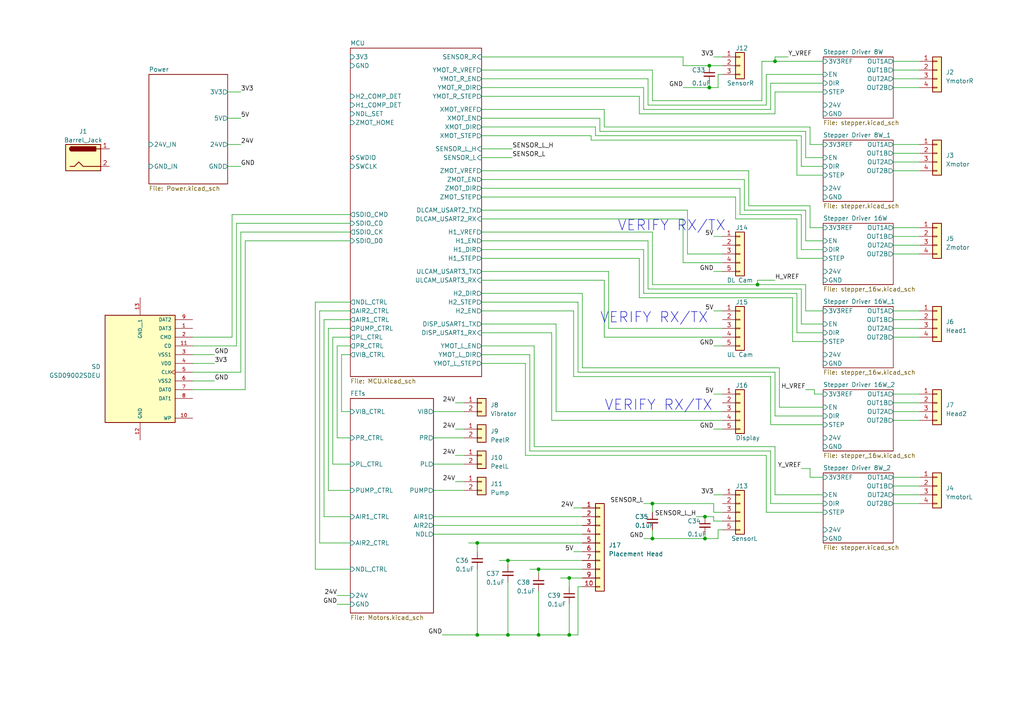
<source format=kicad_sch>
(kicad_sch (version 20230121) (generator eeschema)
  (paper "A4")
  (lib_symbols
    (symbol "1_b7parts:GSD09002SDEU" (pin_names (offset 1.016))
      (property "Reference" "J" (at -10.16 18.542 0))
      (property "Value" "GSD09002SDEU" (at -17.145 -15.24 0))
      (symbol "GSD09002SDEU_0_0"
        (rectangle (start -10.16 17.78) (end 10.16 -13.335) (stroke (width 0.254)) (fill (type background)))
        (pin bidirectional line (at 15.24 13.97 180) (length 5.08) (name "DAT3") (number "1"))
        (pin passive line (at 15.24 -12.065 180) (length 5.08) (name "WP") (number "10"))
        (pin passive line (at 15.24 8.89 180) (length 5.08) (name "CD") (number "11"))
        (pin power_in line (at 0 -18.415 90) (length 5.08) (name "GND") (number "12"))
        (pin power_in line (at 0 22.86 270) (length 5.08) (name "GND__1") (number "13"))
        (pin bidirectional line (at 15.24 11.43 180) (length 5.08) (name "CMD") (number "2"))
        (pin power_in line (at 15.24 6.35 180) (length 5.08) (name "VSS1") (number "3"))
        (pin power_in line (at 15.24 3.81 180) (length 5.08) (name "VDD") (number "4"))
        (pin input clock (at 15.24 1.27 180) (length 5.08) (name "CLK") (number "5"))
        (pin power_in line (at 15.24 -1.27 180) (length 5.08) (name "VSS2") (number "6"))
        (pin bidirectional line (at 15.24 -3.81 180) (length 5.08) (name "DAT0") (number "7"))
        (pin bidirectional line (at 15.24 -6.35 180) (length 5.08) (name "DAT1") (number "8"))
        (pin bidirectional line (at 15.24 16.51 180) (length 5.08) (name "DAT2") (number "9"))
      )
    )
    (symbol "Connector:Barrel_Jack" (pin_names (offset 1.016))
      (property "Reference" "J" (at 0 5.334 0))
      (property "Value" "Barrel_Jack" (at 0 -5.08 0))
      (symbol "Barrel_Jack_0_1"
        (rectangle (start -5.08 3.81) (end 5.08 -3.81) (stroke (width 0.254)) (fill (type background)))
        (arc (start -3.302 3.175) (mid -3.9343 2.54) (end -3.302 1.905) (stroke (width 0.254)))
        (arc (start -3.302 3.175) (mid -3.9343 2.54) (end -3.302 1.905) (stroke (width 0.254)) (fill (type outline)))
        (polyline (pts (xy 5.08 2.54) (xy 3.81 2.54)) (stroke (width 0.254)))
        (polyline (pts (xy -3.81 -2.54) (xy -2.54 -2.54) (xy -1.27 -1.27) (xy 0 -2.54) (xy 2.54 -2.54) (xy 5.08 -2.54)) (stroke (width 0.254)))
        (rectangle (start 3.683 3.175) (end -3.302 1.905) (stroke (width 0.254)) (fill (type outline)))
      )
      (symbol "Barrel_Jack_1_1"
        (pin passive line (at 7.62 2.54 180) (length 2.54) (name "~") (number "1"))
        (pin passive line (at 7.62 -2.54 180) (length 2.54) (name "~") (number "2"))
      )
    )
    (symbol "Connector_Generic:Conn_01x02" (pin_names (offset 1.016) hide)
      (property "Reference" "J" (at 0 2.54 0))
      (property "Value" "Conn_01x02" (at 0 -5.08 0))
      (symbol "Conn_01x02_1_1"
        (rectangle (start -1.27 -2.413) (end 0 -2.667) (stroke (width 0.1524)))
        (rectangle (start -1.27 0.127) (end 0 -0.127) (stroke (width 0.1524)))
        (rectangle (start -1.27 1.27) (end 1.27 -3.81) (stroke (width 0.254)) (fill (type background)))
        (pin passive line (at -5.08 0 0) (length 3.81) (name "Pin_1") (number "1"))
        (pin passive line (at -5.08 -2.54 0) (length 3.81) (name "Pin_2") (number "2"))
      )
    )
    (symbol "Connector_Generic:Conn_01x03" (pin_names (offset 1.016) hide)
      (property "Reference" "J" (at 0 5.08 0))
      (property "Value" "Conn_01x03" (at 0 -5.08 0))
      (symbol "Conn_01x03_1_1"
        (rectangle (start -1.27 -2.413) (end 0 -2.667) (stroke (width 0.1524)))
        (rectangle (start -1.27 0.127) (end 0 -0.127) (stroke (width 0.1524)))
        (rectangle (start -1.27 2.667) (end 0 2.413) (stroke (width 0.1524)))
        (rectangle (start -1.27 3.81) (end 1.27 -3.81) (stroke (width 0.254)) (fill (type background)))
        (pin passive line (at -5.08 2.54 0) (length 3.81) (name "Pin_1") (number "1"))
        (pin passive line (at -5.08 0 0) (length 3.81) (name "Pin_2") (number "2"))
        (pin passive line (at -5.08 -2.54 0) (length 3.81) (name "Pin_3") (number "3"))
      )
    )
    (symbol "Connector_Generic:Conn_01x04" (pin_names (offset 1.016) hide)
      (property "Reference" "J" (at 0 5.08 0))
      (property "Value" "Conn_01x04" (at 0 -7.62 0))
      (symbol "Conn_01x04_1_1"
        (rectangle (start -1.27 -4.953) (end 0 -5.207) (stroke (width 0.1524)))
        (rectangle (start -1.27 -2.413) (end 0 -2.667) (stroke (width 0.1524)))
        (rectangle (start -1.27 0.127) (end 0 -0.127) (stroke (width 0.1524)))
        (rectangle (start -1.27 2.667) (end 0 2.413) (stroke (width 0.1524)))
        (rectangle (start -1.27 3.81) (end 1.27 -6.35) (stroke (width 0.254)) (fill (type background)))
        (pin passive line (at -5.08 2.54 0) (length 3.81) (name "Pin_1") (number "1"))
        (pin passive line (at -5.08 0 0) (length 3.81) (name "Pin_2") (number "2"))
        (pin passive line (at -5.08 -2.54 0) (length 3.81) (name "Pin_3") (number "3"))
        (pin passive line (at -5.08 -5.08 0) (length 3.81) (name "Pin_4") (number "4"))
      )
    )
    (symbol "Connector_Generic:Conn_01x05" (pin_names (offset 1.016) hide)
      (property "Reference" "J" (at 0 7.62 0))
      (property "Value" "Conn_01x05" (at 0 -7.62 0))
      (symbol "Conn_01x05_1_1"
        (rectangle (start -1.27 -4.953) (end 0 -5.207) (stroke (width 0.1524)))
        (rectangle (start -1.27 -2.413) (end 0 -2.667) (stroke (width 0.1524)))
        (rectangle (start -1.27 0.127) (end 0 -0.127) (stroke (width 0.1524)))
        (rectangle (start -1.27 2.667) (end 0 2.413) (stroke (width 0.1524)))
        (rectangle (start -1.27 5.207) (end 0 4.953) (stroke (width 0.1524)))
        (rectangle (start -1.27 6.35) (end 1.27 -6.35) (stroke (width 0.254)) (fill (type background)))
        (pin passive line (at -5.08 5.08 0) (length 3.81) (name "Pin_1") (number "1"))
        (pin passive line (at -5.08 2.54 0) (length 3.81) (name "Pin_2") (number "2"))
        (pin passive line (at -5.08 0 0) (length 3.81) (name "Pin_3") (number "3"))
        (pin passive line (at -5.08 -2.54 0) (length 3.81) (name "Pin_4") (number "4"))
        (pin passive line (at -5.08 -5.08 0) (length 3.81) (name "Pin_5") (number "5"))
      )
    )
    (symbol "Connector_Generic:Conn_01x10" (pin_names (offset 1.016) hide)
      (property "Reference" "J" (at 0 12.7 0))
      (property "Value" "Conn_01x10" (at 0 -15.24 0))
      (symbol "Conn_01x10_1_1"
        (rectangle (start -1.27 -12.573) (end 0 -12.827) (stroke (width 0.1524)))
        (rectangle (start -1.27 -10.033) (end 0 -10.287) (stroke (width 0.1524)))
        (rectangle (start -1.27 -7.493) (end 0 -7.747) (stroke (width 0.1524)))
        (rectangle (start -1.27 -4.953) (end 0 -5.207) (stroke (width 0.1524)))
        (rectangle (start -1.27 -2.413) (end 0 -2.667) (stroke (width 0.1524)))
        (rectangle (start -1.27 0.127) (end 0 -0.127) (stroke (width 0.1524)))
        (rectangle (start -1.27 2.667) (end 0 2.413) (stroke (width 0.1524)))
        (rectangle (start -1.27 5.207) (end 0 4.953) (stroke (width 0.1524)))
        (rectangle (start -1.27 7.747) (end 0 7.493) (stroke (width 0.1524)))
        (rectangle (start -1.27 10.287) (end 0 10.033) (stroke (width 0.1524)))
        (rectangle (start -1.27 11.43) (end 1.27 -13.97) (stroke (width 0.254)) (fill (type background)))
        (pin passive line (at -5.08 10.16 0) (length 3.81) (name "Pin_1") (number "1"))
        (pin passive line (at -5.08 -12.7 0) (length 3.81) (name "Pin_10") (number "10"))
        (pin passive line (at -5.08 7.62 0) (length 3.81) (name "Pin_2") (number "2"))
        (pin passive line (at -5.08 5.08 0) (length 3.81) (name "Pin_3") (number "3"))
        (pin passive line (at -5.08 2.54 0) (length 3.81) (name "Pin_4") (number "4"))
        (pin passive line (at -5.08 0 0) (length 3.81) (name "Pin_5") (number "5"))
        (pin passive line (at -5.08 -2.54 0) (length 3.81) (name "Pin_6") (number "6"))
        (pin passive line (at -5.08 -5.08 0) (length 3.81) (name "Pin_7") (number "7"))
        (pin passive line (at -5.08 -7.62 0) (length 3.81) (name "Pin_8") (number "8"))
        (pin passive line (at -5.08 -10.16 0) (length 3.81) (name "Pin_9") (number "9"))
      )
    )
    (symbol "Device:C_Small" (pin_numbers hide) (pin_names (offset 0.254) hide)
      (property "Reference" "C" (at 0.254 1.778 0))
      (property "Value" "C_Small" (at 0.254 -2.032 0))
      (symbol "C_Small_0_1"
        (polyline (pts (xy -1.524 -0.508) (xy 1.524 -0.508)) (stroke (width 0.3302)))
        (polyline (pts (xy -1.524 0.508) (xy 1.524 0.508)) (stroke (width 0.3048)))
      )
      (symbol "C_Small_1_1"
        (pin passive line (at 0 2.54 270) (length 2.032) (name "~") (number "1"))
        (pin passive line (at 0 -2.54 90) (length 2.032) (name "~") (number "2"))
      )
    )
  )
  (junction (at 156.21 165.1))
  (junction (at 165.1 167.64))
  (junction (at 189.23 156.21))
  (junction (at 224.79 17.78))
  (junction (at 204.47 156.21))
  (junction (at 138.43 157.48))
  (junction (at 204.47 149.86))
  (junction (at 205.74 25.4))
  (junction (at 165.1 184.15))
  (junction (at 205.74 19.05))
  (junction (at 147.32 184.15))
  (junction (at 147.32 162.56))
  (junction (at 189.23 146.05))
  (junction (at 138.43 184.15))
  (junction (at 156.21 184.15))
  (junction (at 219.71 82.55))
  (wire (pts (xy 168.91 106.68) (xy 226.06 106.68)))
  (wire (pts (xy 139.7 72.39) (xy 186.69 72.39)))
  (wire (pts (xy 153.67 165.1) (xy 156.21 165.1)))
  (wire (pts (xy 91.44 165.1) (xy 101.6 165.1)))
  (wire (pts (xy 259.08 121.92) (xy 266.7 121.92)))
  (wire (pts (xy 207.01 114.3) (xy 209.55 114.3)))
  (wire (pts (xy 233.68 90.17) (xy 238.76 90.17)))
  (wire (pts (xy 228.6 16.51) (xy 224.79 16.51)))
  (wire (pts (xy 99.06 102.87) (xy 101.6 102.87)))
  (wire (pts (xy 214.63 54.61) (xy 214.63 62.23)))
  (wire (pts (xy 189.23 156.21) (xy 204.47 156.21)))
  (wire (pts (xy 55.88 97.79) (xy 67.31 97.79)))
  (wire (pts (xy 238.76 148.59) (xy 222.25 148.59)))
  (wire (pts (xy 209.55 151.13) (xy 207.01 151.13)))
  (wire (pts (xy 147.32 184.15) (xy 156.21 184.15)))
  (wire (pts (xy 205.74 24.13) (xy 205.74 25.4)))
  (wire (pts (xy 224.79 26.67) (xy 238.76 26.67)))
  (wire (pts (xy 234.95 59.69) (xy 234.95 66.04)))
  (wire (pts (xy 69.85 107.95) (xy 69.85 67.31)))
  (wire (pts (xy 259.08 46.99) (xy 266.7 46.99)))
  (wire (pts (xy 224.79 107.95) (xy 167.64 107.95)))
  (wire (pts (xy 205.74 19.05) (xy 209.55 19.05)))
  (wire (pts (xy 231.14 85.09) (xy 231.14 96.52)))
  (wire (pts (xy 168.91 85.09) (xy 168.91 106.68)))
  (wire (pts (xy 259.08 44.45) (xy 266.7 44.45)))
  (wire (pts (xy 153.67 102.87) (xy 153.67 130.81)))
  (wire (pts (xy 160.02 121.92) (xy 160.02 96.52)))
  (wire (pts (xy 166.37 90.17) (xy 166.37 109.22)))
  (wire (pts (xy 229.87 99.06) (xy 229.87 86.36)))
  (wire (pts (xy 232.41 62.23) (xy 232.41 72.39)))
  (wire (pts (xy 138.43 165.1) (xy 138.43 184.15)))
  (wire (pts (xy 187.96 83.82) (xy 187.96 69.85)))
  (wire (pts (xy 259.08 95.25) (xy 266.7 95.25)))
  (wire (pts (xy 222.25 30.48) (xy 187.96 30.48)))
  (wire (pts (xy 223.52 146.05) (xy 223.52 130.81)))
  (wire (pts (xy 223.52 31.75) (xy 223.52 24.13)))
  (wire (pts (xy 171.45 40.64) (xy 171.45 39.37)))
  (wire (pts (xy 167.64 107.95) (xy 167.64 87.63)))
  (wire (pts (xy 209.55 97.79) (xy 175.26 97.79)))
  (wire (pts (xy 92.71 90.17) (xy 101.6 90.17)))
  (wire (pts (xy 238.76 99.06) (xy 229.87 99.06)))
  (wire (pts (xy 175.26 97.79) (xy 175.26 81.28)))
  (wire (pts (xy 259.08 20.32) (xy 266.7 20.32)))
  (wire (pts (xy 259.08 143.51) (xy 266.7 143.51)))
  (wire (pts (xy 189.23 146.05) (xy 207.01 146.05)))
  (wire (pts (xy 208.28 21.59) (xy 209.55 21.59)))
  (wire (pts (xy 238.76 74.93) (xy 231.14 74.93)))
  (wire (pts (xy 259.08 17.78) (xy 266.7 17.78)))
  (wire (pts (xy 71.12 113.03) (xy 55.88 113.03)))
  (wire (pts (xy 132.08 124.46) (xy 134.62 124.46)))
  (wire (pts (xy 259.08 138.43) (xy 266.7 138.43)))
  (wire (pts (xy 96.52 134.62) (xy 101.6 134.62)))
  (wire (pts (xy 147.32 168.91) (xy 147.32 184.15)))
  (wire (pts (xy 95.25 142.24) (xy 95.25 95.25)))
  (wire (pts (xy 238.76 69.85) (xy 233.68 69.85)))
  (wire (pts (xy 175.26 31.75) (xy 175.26 36.83)))
  (wire (pts (xy 99.06 119.38) (xy 99.06 102.87)))
  (wire (pts (xy 152.4 132.08) (xy 222.25 132.08)))
  (wire (pts (xy 238.76 50.8) (xy 231.14 50.8)))
  (wire (pts (xy 186.69 31.75) (xy 223.52 31.75)))
  (wire (pts (xy 125.73 154.94) (xy 168.91 154.94)))
  (wire (pts (xy 189.23 153.67) (xy 189.23 156.21)))
  (wire (pts (xy 231.14 40.64) (xy 171.45 40.64)))
  (wire (pts (xy 220.98 29.21) (xy 220.98 17.78)))
  (wire (pts (xy 217.17 59.69) (xy 234.95 59.69)))
  (wire (pts (xy 189.23 20.32) (xy 189.23 29.21)))
  (wire (pts (xy 156.21 171.45) (xy 156.21 184.15)))
  (wire (pts (xy 101.6 100.33) (xy 97.79 100.33)))
  (wire (pts (xy 205.74 25.4) (xy 208.28 25.4)))
  (wire (pts (xy 231.14 96.52) (xy 238.76 96.52)))
  (wire (pts (xy 207.01 148.59) (xy 209.55 148.59)))
  (wire (pts (xy 175.26 81.28) (xy 139.7 81.28)))
  (wire (pts (xy 147.32 162.56) (xy 147.32 163.83)))
  (wire (pts (xy 101.6 87.63) (xy 91.44 87.63)))
  (wire (pts (xy 234.95 138.43) (xy 238.76 138.43)))
  (wire (pts (xy 91.44 87.63) (xy 91.44 165.1)))
  (wire (pts (xy 198.12 76.2) (xy 198.12 63.5)))
  (wire (pts (xy 139.7 16.51) (xy 198.12 16.51)))
  (wire (pts (xy 259.08 140.97) (xy 266.7 140.97)))
  (wire (pts (xy 139.7 36.83) (xy 172.72 36.83)))
  (wire (pts (xy 139.7 67.31) (xy 189.23 67.31)))
  (wire (pts (xy 175.26 36.83) (xy 234.95 36.83)))
  (wire (pts (xy 97.79 127) (xy 101.6 127)))
  (wire (pts (xy 101.6 92.71) (xy 93.98 92.71)))
  (wire (pts (xy 259.08 41.91) (xy 266.7 41.91)))
  (wire (pts (xy 201.93 149.86) (xy 204.47 149.86)))
  (wire (pts (xy 167.64 170.18) (xy 168.91 170.18)))
  (wire (pts (xy 132.08 139.7) (xy 134.62 139.7)))
  (wire (pts (xy 55.88 102.87) (xy 62.23 102.87)))
  (wire (pts (xy 139.7 27.94) (xy 185.42 27.94)))
  (wire (pts (xy 259.08 92.71) (xy 266.7 92.71)))
  (wire (pts (xy 259.08 66.04) (xy 266.7 66.04)))
  (wire (pts (xy 154.94 129.54) (xy 154.94 100.33)))
  (wire (pts (xy 139.7 31.75) (xy 175.26 31.75)))
  (wire (pts (xy 199.39 60.96) (xy 199.39 73.66)))
  (wire (pts (xy 96.52 97.79) (xy 96.52 134.62)))
  (wire (pts (xy 207.01 68.58) (xy 209.55 68.58)))
  (wire (pts (xy 186.69 156.21) (xy 189.23 156.21)))
  (wire (pts (xy 259.08 146.05) (xy 266.7 146.05)))
  (wire (pts (xy 176.53 78.74) (xy 176.53 95.25)))
  (wire (pts (xy 213.36 63.5) (xy 213.36 57.15)))
  (wire (pts (xy 132.08 132.08) (xy 134.62 132.08)))
  (wire (pts (xy 138.43 184.15) (xy 147.32 184.15)))
  (wire (pts (xy 156.21 184.15) (xy 165.1 184.15)))
  (wire (pts (xy 198.12 25.4) (xy 205.74 25.4)))
  (wire (pts (xy 213.36 57.15) (xy 139.7 57.15)))
  (wire (pts (xy 185.42 33.02) (xy 224.79 33.02)))
  (wire (pts (xy 224.79 143.51) (xy 224.79 129.54)))
  (wire (pts (xy 101.6 142.24) (xy 95.25 142.24)))
  (wire (pts (xy 231.14 50.8) (xy 231.14 40.64)))
  (wire (pts (xy 207.01 100.33) (xy 209.55 100.33)))
  (wire (pts (xy 234.95 66.04) (xy 238.76 66.04)))
  (wire (pts (xy 67.31 97.79) (xy 67.31 62.23)))
  (wire (pts (xy 67.31 62.23) (xy 101.6 62.23)))
  (wire (pts (xy 66.04 41.91) (xy 69.85 41.91)))
  (wire (pts (xy 139.7 45.72) (xy 148.59 45.72)))
  (wire (pts (xy 101.6 69.85) (xy 71.12 69.85)))
  (wire (pts (xy 139.7 20.32) (xy 189.23 20.32)))
  (wire (pts (xy 238.76 114.3) (xy 236.22 114.3)))
  (wire (pts (xy 207.01 143.51) (xy 209.55 143.51)))
  (wire (pts (xy 156.21 165.1) (xy 156.21 166.37)))
  (wire (pts (xy 233.68 38.1) (xy 173.99 38.1)))
  (wire (pts (xy 238.76 146.05) (xy 223.52 146.05)))
  (wire (pts (xy 125.73 134.62) (xy 134.62 134.62)))
  (wire (pts (xy 214.63 62.23) (xy 232.41 62.23)))
  (wire (pts (xy 172.72 39.37) (xy 232.41 39.37)))
  (wire (pts (xy 259.08 90.17) (xy 266.7 90.17)))
  (wire (pts (xy 66.04 26.67) (xy 69.85 26.67)))
  (wire (pts (xy 139.7 54.61) (xy 214.63 54.61)))
  (wire (pts (xy 152.4 132.08) (xy 152.4 105.41)))
  (wire (pts (xy 101.6 157.48) (xy 92.71 157.48)))
  (wire (pts (xy 189.23 82.55) (xy 219.71 82.55)))
  (wire (pts (xy 220.98 17.78) (xy 224.79 17.78)))
  (wire (pts (xy 259.08 119.38) (xy 266.7 119.38)))
  (wire (pts (xy 198.12 19.05) (xy 205.74 19.05)))
  (wire (pts (xy 139.7 49.53) (xy 217.17 49.53)))
  (wire (pts (xy 219.71 81.28) (xy 219.71 82.55)))
  (wire (pts (xy 172.72 36.83) (xy 172.72 39.37)))
  (wire (pts (xy 139.7 85.09) (xy 168.91 85.09)))
  (wire (pts (xy 233.68 113.03) (xy 236.22 113.03)))
  (wire (pts (xy 207.01 146.05) (xy 207.01 148.59)))
  (wire (pts (xy 223.52 123.19) (xy 238.76 123.19)))
  (wire (pts (xy 156.21 165.1) (xy 168.91 165.1)))
  (wire (pts (xy 125.73 127) (xy 134.62 127)))
  (wire (pts (xy 208.28 153.67) (xy 208.28 156.21)))
  (wire (pts (xy 232.41 72.39) (xy 238.76 72.39)))
  (wire (pts (xy 208.28 153.67) (xy 209.55 153.67)))
  (wire (pts (xy 207.01 124.46) (xy 209.55 124.46)))
  (wire (pts (xy 224.79 33.02) (xy 224.79 26.67)))
  (wire (pts (xy 233.68 69.85) (xy 233.68 60.96)))
  (wire (pts (xy 224.79 17.78) (xy 238.76 17.78)))
  (wire (pts (xy 165.1 175.26) (xy 165.1 184.15)))
  (wire (pts (xy 234.95 36.83) (xy 234.95 41.91)))
  (wire (pts (xy 204.47 156.21) (xy 208.28 156.21)))
  (wire (pts (xy 167.64 184.15) (xy 167.64 170.18)))
  (wire (pts (xy 229.87 86.36) (xy 185.42 86.36)))
  (wire (pts (xy 101.6 119.38) (xy 99.06 119.38)))
  (wire (pts (xy 139.7 69.85) (xy 187.96 69.85)))
  (wire (pts (xy 161.29 119.38) (xy 209.55 119.38)))
  (wire (pts (xy 165.1 170.18) (xy 165.1 167.64)))
  (wire (pts (xy 198.12 16.51) (xy 198.12 19.05)))
  (wire (pts (xy 199.39 73.66) (xy 209.55 73.66)))
  (wire (pts (xy 139.7 93.98) (xy 161.29 93.98)))
  (wire (pts (xy 66.04 34.29) (xy 69.85 34.29)))
  (wire (pts (xy 153.67 130.81) (xy 223.52 130.81)))
  (wire (pts (xy 209.55 121.92) (xy 160.02 121.92)))
  (wire (pts (xy 55.88 107.95) (xy 69.85 107.95)))
  (wire (pts (xy 185.42 86.36) (xy 185.42 74.93)))
  (wire (pts (xy 125.73 152.4) (xy 168.91 152.4)))
  (wire (pts (xy 189.23 146.05) (xy 189.23 148.59)))
  (wire (pts (xy 223.52 24.13) (xy 238.76 24.13)))
  (wire (pts (xy 144.78 162.56) (xy 147.32 162.56)))
  (wire (pts (xy 224.79 120.65) (xy 224.79 107.95)))
  (wire (pts (xy 68.58 64.77) (xy 68.58 100.33)))
  (wire (pts (xy 208.28 25.4) (xy 208.28 21.59)))
  (wire (pts (xy 95.25 95.25) (xy 101.6 95.25)))
  (wire (pts (xy 139.7 102.87) (xy 153.67 102.87)))
  (wire (pts (xy 207.01 16.51) (xy 209.55 16.51)))
  (wire (pts (xy 138.43 160.02) (xy 138.43 157.48)))
  (wire (pts (xy 166.37 160.02) (xy 168.91 160.02)))
  (wire (pts (xy 187.96 30.48) (xy 187.96 22.86)))
  (wire (pts (xy 101.6 64.77) (xy 68.58 64.77)))
  (wire (pts (xy 139.7 39.37) (xy 171.45 39.37)))
  (wire (pts (xy 189.23 29.21) (xy 220.98 29.21)))
  (wire (pts (xy 238.76 120.65) (xy 224.79 120.65)))
  (wire (pts (xy 219.71 82.55) (xy 233.68 82.55)))
  (wire (pts (xy 97.79 100.33) (xy 97.79 127)))
  (wire (pts (xy 55.88 105.41) (xy 62.23 105.41)))
  (wire (pts (xy 204.47 149.86) (xy 207.01 149.86)))
  (wire (pts (xy 223.52 109.22) (xy 223.52 123.19)))
  (wire (pts (xy 139.7 90.17) (xy 166.37 90.17)))
  (wire (pts (xy 173.99 38.1) (xy 173.99 34.29)))
  (wire (pts (xy 259.08 49.53) (xy 266.7 49.53)))
  (wire (pts (xy 226.06 118.11) (xy 238.76 118.11)))
  (wire (pts (xy 238.76 93.98) (xy 232.41 93.98)))
  (wire (pts (xy 128.27 184.15) (xy 138.43 184.15)))
  (wire (pts (xy 259.08 71.12) (xy 266.7 71.12)))
  (wire (pts (xy 232.41 135.89) (xy 234.95 135.89)))
  (wire (pts (xy 176.53 95.25) (xy 209.55 95.25)))
  (wire (pts (xy 185.42 74.93) (xy 139.7 74.93)))
  (wire (pts (xy 186.69 85.09) (xy 231.14 85.09)))
  (wire (pts (xy 222.25 21.59) (xy 222.25 30.48)))
  (wire (pts (xy 207.01 151.13) (xy 207.01 149.86)))
  (wire (pts (xy 231.14 63.5) (xy 213.36 63.5)))
  (wire (pts (xy 185.42 27.94) (xy 185.42 33.02)))
  (wire (pts (xy 132.08 116.84) (xy 134.62 116.84)))
  (wire (pts (xy 187.96 22.86) (xy 139.7 22.86)))
  (wire (pts (xy 222.25 148.59) (xy 222.25 132.08)))
  (wire (pts (xy 69.85 67.31) (xy 101.6 67.31)))
  (wire (pts (xy 166.37 109.22) (xy 223.52 109.22)))
  (wire (pts (xy 55.88 110.49) (xy 62.23 110.49)))
  (wire (pts (xy 162.56 167.64) (xy 165.1 167.64)))
  (wire (pts (xy 154.94 129.54) (xy 224.79 129.54)))
  (wire (pts (xy 236.22 114.3) (xy 236.22 113.03)))
  (wire (pts (xy 224.79 81.28) (xy 219.71 81.28)))
  (wire (pts (xy 259.08 116.84) (xy 266.7 116.84)))
  (wire (pts (xy 152.4 105.41) (xy 139.7 105.41)))
  (wire (pts (xy 204.47 154.94) (xy 204.47 156.21)))
  (wire (pts (xy 139.7 43.18) (xy 148.59 43.18)))
  (wire (pts (xy 231.14 74.93) (xy 231.14 63.5)))
  (wire (pts (xy 166.37 147.32) (xy 168.91 147.32)))
  (wire (pts (xy 209.55 76.2) (xy 198.12 76.2)))
  (wire (pts (xy 259.08 68.58) (xy 266.7 68.58)))
  (wire (pts (xy 154.94 100.33) (xy 139.7 100.33)))
  (wire (pts (xy 259.08 73.66) (xy 266.7 73.66)))
  (wire (pts (xy 207.01 78.74) (xy 209.55 78.74)))
  (wire (pts (xy 167.64 87.63) (xy 139.7 87.63)))
  (wire (pts (xy 139.7 78.74) (xy 176.53 78.74)))
  (wire (pts (xy 215.9 60.96) (xy 215.9 52.07)))
  (wire (pts (xy 259.08 25.4) (xy 266.7 25.4)))
  (wire (pts (xy 238.76 21.59) (xy 222.25 21.59)))
  (wire (pts (xy 68.58 100.33) (xy 55.88 100.33)))
  (wire (pts (xy 186.69 25.4) (xy 186.69 31.75)))
  (wire (pts (xy 189.23 67.31) (xy 189.23 82.55)))
  (wire (pts (xy 259.08 22.86) (xy 266.7 22.86)))
  (wire (pts (xy 125.73 142.24) (xy 134.62 142.24)))
  (wire (pts (xy 135.89 157.48) (xy 138.43 157.48)))
  (wire (pts (xy 160.02 96.52) (xy 139.7 96.52)))
  (wire (pts (xy 139.7 25.4) (xy 186.69 25.4)))
  (wire (pts (xy 125.73 119.38) (xy 134.62 119.38)))
  (wire (pts (xy 101.6 97.79) (xy 96.52 97.79)))
  (wire (pts (xy 238.76 45.72) (xy 233.68 45.72)))
  (wire (pts (xy 217.17 49.53) (xy 217.17 59.69)))
  (wire (pts (xy 232.41 83.82) (xy 187.96 83.82)))
  (wire (pts (xy 165.1 184.15) (xy 167.64 184.15)))
  (wire (pts (xy 186.69 72.39) (xy 186.69 85.09)))
  (wire (pts (xy 232.41 93.98) (xy 232.41 83.82)))
  (wire (pts (xy 238.76 143.51) (xy 224.79 143.51)))
  (wire (pts (xy 234.95 135.89) (xy 234.95 138.43)))
  (wire (pts (xy 165.1 167.64) (xy 168.91 167.64)))
  (wire (pts (xy 93.98 92.71) (xy 93.98 149.86)))
  (wire (pts (xy 224.79 16.51) (xy 224.79 17.78)))
  (wire (pts (xy 259.08 114.3) (xy 266.7 114.3)))
  (wire (pts (xy 207.01 90.17) (xy 209.55 90.17)))
  (wire (pts (xy 232.41 39.37) (xy 232.41 48.26)))
  (wire (pts (xy 226.06 106.68) (xy 226.06 118.11)))
  (wire (pts (xy 97.79 175.26) (xy 101.6 175.26)))
  (wire (pts (xy 215.9 52.07) (xy 139.7 52.07)))
  (wire (pts (xy 233.68 82.55) (xy 233.68 90.17)))
  (wire (pts (xy 139.7 60.96) (xy 199.39 60.96)))
  (wire (pts (xy 161.29 93.98) (xy 161.29 119.38)))
  (wire (pts (xy 173.99 34.29) (xy 139.7 34.29)))
  (wire (pts (xy 93.98 149.86) (xy 101.6 149.86)))
  (wire (pts (xy 92.71 157.48) (xy 92.71 90.17)))
  (wire (pts (xy 147.32 162.56) (xy 168.91 162.56)))
  (wire (pts (xy 125.73 149.86) (xy 168.91 149.86)))
  (wire (pts (xy 233.68 60.96) (xy 215.9 60.96)))
  (wire (pts (xy 234.95 41.91) (xy 238.76 41.91)))
  (wire (pts (xy 186.69 146.05) (xy 189.23 146.05)))
  (wire (pts (xy 233.68 45.72) (xy 233.68 38.1)))
  (wire (pts (xy 71.12 69.85) (xy 71.12 113.03)))
  (wire (pts (xy 138.43 157.48) (xy 168.91 157.48)))
  (wire (pts (xy 66.04 48.26) (xy 69.85 48.26)))
  (wire (pts (xy 259.08 97.79) (xy 266.7 97.79)))
  (wire (pts (xy 232.41 48.26) (xy 238.76 48.26)))
  (wire (pts (xy 97.79 172.72) (xy 101.6 172.72)))
  (wire (pts (xy 198.12 63.5) (xy 139.7 63.5)))
  (text "VERIFY RX/TX\n" (at 175.26 119.38 0) (effects (font (size 3 3)) (justify left bottom)))
  (text "VERIFY RX/TX\n" (at 179.07 67.31 0) (effects (font (size 3 3)) (justify left bottom)))
  (text "VERIFY RX/TX\n" (at 173.99 93.98 0) (effects (font (size 3 3)) (justify left bottom)))
  (label "5V" (at 166.37 160.02 180))
  (label "5V" (at 69.85 34.29 0))
  (label "5V" (at 207.01 114.3 180))
  (label "SENSOR_L_H" (at 148.59 43.18 0))
  (label "5V" (at 207.01 68.58 180))
  (label "SENSOR_L_H" (at 201.93 149.86 180))
  (label "24V" (at 166.37 147.32 180))
  (label "24V" (at 132.08 116.84 180))
  (label "GND" (at 198.12 25.4 180))
  (label "GND" (at 207.01 124.46 180))
  (label "GND" (at 128.27 184.15 180))
  (label "GND" (at 207.01 100.33 180))
  (label "GND" (at 97.79 175.26 180))
  (label "24V" (at 97.79 172.72 180))
  (label "3V3" (at 62.23 105.41 0))
  (label "H_VREF" (at 224.79 81.28 0))
  (label "Y_VREF" (at 232.41 135.89 180))
  (label "GND" (at 69.85 48.26 0))
  (label "24V" (at 132.08 139.7 180))
  (label "24V" (at 132.08 124.46 180))
  (label "GND" (at 207.01 78.74 180))
  (label "Y_VREF" (at 228.6 16.51 0))
  (label "SENSOR_L" (at 148.59 45.72 0))
  (label "H_VREF" (at 233.68 113.03 180))
  (label "GND" (at 62.23 102.87 0))
  (label "SENSOR_L" (at 186.69 146.05 180))
  (label "3V3" (at 207.01 143.51 180))
  (label "3V3" (at 207.01 16.51 180))
  (label "24V" (at 69.85 41.91 0))
  (label "24V" (at 132.08 132.08 180))
  (label "GND" (at 186.69 156.21 180))
  (label "GND" (at 62.23 110.49 0))
  (label "3V3" (at 69.85 26.67 0))
  (label "5V" (at 207.01 90.17 180))
  (symbol (lib_id "Device:C_Small") (at 138.43 162.56 0) (unit 1)
    (property "Reference" "C36" (at 132.08 162.56 0) (effects (justify left)))
    (property "Value" "0.1uF" (at 132.08 165.1 0) (effects (justify left)))
  )
  (symbol (lib_id "Connector_Generic:Conn_01x02") (at 139.7 139.7 0) (unit 1)
    (property "Reference" "J11" (at 142.24 140.335 0) (effects (justify left)))
    (property "Value" "Pump" (at 142.24 142.875 0) (effects (justify left)))
  )
  (symbol (lib_id "Connector_Generic:Conn_01x04") (at 271.78 116.84 0) (unit 1)
    (property "Reference" "J7" (at 274.32 117.475 0) (effects (justify left)))
    (property "Value" "Head2" (at 274.32 120.015 0) (effects (justify left)))
  )
  (symbol (lib_id "Connector_Generic:Conn_01x04") (at 271.78 44.45 0) (unit 1)
    (property "Reference" "J3" (at 274.32 45.085 0) (effects (justify left)))
    (property "Value" "Xmotor" (at 274.32 47.625 0) (effects (justify left)))
  )
  (symbol (lib_id "Connector_Generic:Conn_01x05") (at 214.63 148.59 0) (unit 1)
    (property "Reference" "J13" (at 213.36 140.97 0) (effects (justify left)))
    (property "Value" "SensorL" (at 212.09 156.21 0) (effects (justify left)))
  )
  (symbol (lib_id "1_b7parts:GSD09002SDEU") (at 40.64 109.22 0) (unit 1)
    (property "Reference" "SD" (at 29.21 106.3625 0) (effects (justify right)))
    (property "Value" "GSD09002SDEU" (at 29.21 108.9025 0) (effects (justify right)))
    (property "Footprint" "GSD09002SDEU:AMPHENOL_GSD09002SDEU" (effects hide))
    (property "PARTREV" "A" (effects hide))
    (property "STANDARD" "Manufacturer Recommendations" (effects hide))
    (property "SNAPEDA_PN" "GSD09002SDEU" (effects hide))
    (property "MAXIMUM_PACKAGE_HEIGHT" "2.7mm" (effects hide))
    (property "MANUFACTURER" "Amphenol" (effects hide))
  )
  (symbol (lib_id "Connector_Generic:Conn_01x05") (at 214.63 119.38 0) (unit 1)
    (property "Reference" "J16" (at 213.36 111.76 0) (effects (justify left)))
    (property "Value" "Display" (at 213.36 127 0) (effects (justify left)))
  )
  (symbol (lib_id "Connector_Generic:Conn_01x05") (at 214.63 95.25 0) (unit 1)
    (property "Reference" "J15" (at 213.36 87.63 0) (effects (justify left)))
    (property "Value" "UL Cam" (at 210.82 102.87 0) (effects (justify left)))
  )
  (symbol (lib_id "Connector_Generic:Conn_01x05") (at 214.63 73.66 0) (unit 1)
    (property "Reference" "J14" (at 213.36 66.04 0) (effects (justify left)))
    (property "Value" "DL Cam" (at 210.82 81.28 0) (effects (justify left)))
  )
  (symbol (lib_id "Connector:Barrel_Jack") (at 24.13 45.72 0) (unit 1)
    (property "Reference" "J1" (at 24.13 38.1 0))
    (property "Value" "Barrel_Jack" (at 24.13 40.64 0))
  )
  (symbol (lib_id "Device:C_Small") (at 189.23 151.13 0) (unit 1)
    (property "Reference" "C35" (at 184.15 149.86 0) (effects (justify left)))
    (property "Value" "0.1uF" (at 184.15 152.4 0) (effects (justify left)))
  )
  (symbol (lib_id "Connector_Generic:Conn_01x04") (at 271.78 68.58 0) (unit 1)
    (property "Reference" "J5" (at 274.32 69.215 0) (effects (justify left)))
    (property "Value" "Zmotor" (at 274.32 71.755 0) (effects (justify left)))
  )
  (symbol (lib_id "Connector_Generic:Conn_01x02") (at 139.7 132.08 0) (unit 1)
    (property "Reference" "J10" (at 142.24 132.715 0) (effects (justify left)))
    (property "Value" "PeelL" (at 142.24 135.255 0) (effects (justify left)))
  )
  (symbol (lib_id "Connector_Generic:Conn_01x04") (at 271.78 20.32 0) (unit 1)
    (property "Reference" "J2" (at 274.32 20.955 0) (effects (justify left)))
    (property "Value" "YmotorR" (at 274.32 23.495 0) (effects (justify left)))
  )
  (symbol (lib_id "Connector_Generic:Conn_01x04") (at 271.78 92.71 0) (unit 1)
    (property "Reference" "J6" (at 274.32 93.345 0) (effects (justify left)))
    (property "Value" "Head1" (at 274.32 95.885 0) (effects (justify left)))
  )
  (symbol (lib_id "Device:C_Small") (at 205.74 21.59 0) (unit 1)
    (property "Reference" "C33" (at 200.66 20.32 0) (effects (justify left)))
    (property "Value" "0.1uF" (at 200.66 24.13 0) (effects (justify left)))
  )
  (symbol (lib_id "Device:C_Small") (at 165.1 172.72 0) (unit 1)
    (property "Reference" "C39" (at 158.75 172.72 0) (effects (justify left)))
    (property "Value" "0.1uF" (at 158.75 175.26 0) (effects (justify left)))
  )
  (symbol (lib_id "Connector_Generic:Conn_01x10") (at 173.99 157.48 0) (unit 1)
    (property "Reference" "J17" (at 176.53 158.115 0) (effects (justify left)))
    (property "Value" "Placement Head" (at 176.53 160.655 0) (effects (justify left)))
  )
  (symbol (lib_id "Device:C_Small") (at 204.47 152.4 0) (unit 1)
    (property "Reference" "C34" (at 199.39 151.13 0) (effects (justify left)))
    (property "Value" "0.1uF" (at 199.39 154.94 0) (effects (justify left)))
  )
  (symbol (lib_id "Connector_Generic:Conn_01x02") (at 139.7 116.84 0) (unit 1)
    (property "Reference" "J8" (at 142.24 117.475 0) (effects (justify left)))
    (property "Value" "Vibrator" (at 142.24 120.015 0) (effects (justify left)))
  )
  (symbol (lib_id "Device:C_Small") (at 156.21 168.91 0) (unit 1)
    (property "Reference" "C38" (at 149.86 168.91 0) (effects (justify left)))
    (property "Value" "0.1uF" (at 149.86 171.45 0) (effects (justify left)))
  )
  (symbol (lib_id "Connector_Generic:Conn_01x02") (at 139.7 124.46 0) (unit 1)
    (property "Reference" "J9" (at 142.24 125.095 0) (effects (justify left)))
    (property "Value" "PeelR" (at 142.24 127.635 0) (effects (justify left)))
  )
  (symbol (lib_id "Connector_Generic:Conn_01x03") (at 214.63 19.05 0) (unit 1)
    (property "Reference" "J12" (at 213.36 13.97 0) (effects (justify left)))
    (property "Value" "SensorR" (at 210.82 24.13 0) (effects (justify left)))
  )
  (symbol (lib_id "Device:C_Small") (at 147.32 166.37 0) (unit 1)
    (property "Reference" "C37" (at 140.97 166.37 0) (effects (justify left)))
    (property "Value" "0.1uF" (at 140.97 168.91 0) (effects (justify left)))
  )
  (symbol (lib_id "Connector_Generic:Conn_01x04") (at 271.78 140.97 0) (unit 1)
    (property "Reference" "J4" (at 274.32 141.605 0) (effects (justify left)))
    (property "Value" "YmotorL" (at 274.32 144.145 0) (effects (justify left)))
  )
  (sheet (at 238.76 88.9) (size 20.32 17.78) (stroke (width 0.1524))
    (property "Sheetname" "Stepper Driver 16W_1" (at 238.76 88.1884 0) (effects (justify left bottom)))
    (property "Sheetfile" "stepper_16w.kicad_sch" (at 238.76 107.2646 0) (effects (justify left top)))
    (pin "3V3REF" input (at 238.76 90.17 180))
    (pin "GND" input (at 238.76 105.41 180))
    (pin "OUT1B" output (at 259.08 92.71 0))
    (pin "OUT2A" output (at 259.08 95.25 0))
    (pin "24V" input (at 238.76 102.87 180))
    (pin "OUT1A" output (at 259.08 90.17 0))
    (pin "OUT2B" output (at 259.08 97.79 0))
    (pin "DIR" input (at 238.76 96.52 180))
    (pin "STEP" input (at 238.76 99.06 180))
    (pin "EN" input (at 238.76 93.98 180))
  )
  (sheet (at 101.6 115.57) (size 24.13 62.23) (stroke (width 0.1524))
    (property "Sheetname" "FETs" (at 101.6 114.8584 0) (effects (justify left bottom)))
    (property "Sheetfile" "Motors.kicad_sch" (at 101.6 178.3846 0) (effects (justify left top)))
    (pin "PL" output (at 125.73 134.62 0))
    (pin "GND" input (at 101.6 175.26 180))
    (pin "PUMP_CTRL" input (at 101.6 142.24 180))
    (pin "PL_CTRL" input (at 101.6 134.62 180))
    (pin "PUMP" output (at 125.73 142.24 0))
    (pin "24V" input (at 101.6 172.72 180))
    (pin "VIB" output (at 125.73 119.38 0))
    (pin "PR_CTRL" input (at 101.6 127 180))
    (pin "VIB_CTRL" input (at 101.6 119.38 180))
    (pin "PR" output (at 125.73 127 0))
    (pin "AIR1" output (at 125.73 149.86 0))
    (pin "AIR1_CTRL" input (at 101.6 149.86 180))
    (pin "AIR2_CTRL" input (at 101.6 157.48 180))
    (pin "AIR2" output (at 125.73 152.4 0))
    (pin "NDL" output (at 125.73 154.94 0))
    (pin "NDL_CTRL" input (at 101.6 165.1 180))
  )
  (sheet (at 238.76 64.77) (size 20.32 17.78) (stroke (width 0.1524))
    (property "Sheetname" "Stepper Driver 16W" (at 238.76 64.0584 0) (effects (justify left bottom)))
    (property "Sheetfile" "stepper_16w.kicad_sch" (at 238.76 83.1346 0) (effects (justify left top)))
    (pin "3V3REF" input (at 238.76 66.04 180))
    (pin "GND" input (at 238.76 81.28 180))
    (pin "OUT1B" output (at 259.08 68.58 0))
    (pin "OUT2A" output (at 259.08 71.12 0))
    (pin "24V" input (at 238.76 78.74 180))
    (pin "OUT1A" output (at 259.08 66.04 0))
    (pin "OUT2B" output (at 259.08 73.66 0))
    (pin "DIR" input (at 238.76 72.39 180))
    (pin "STEP" input (at 238.76 74.93 180))
    (pin "EN" input (at 238.76 69.85 180))
  )
  (sheet (at 238.76 16.51) (size 20.32 17.78) (stroke (width 0.1524))
    (property "Sheetname" "Stepper Driver 8W" (at 238.76 15.7984 0) (effects (justify left bottom)))
    (property "Sheetfile" "stepper.kicad_sch" (at 238.76 34.8746 0) (effects (justify left top)))
    (pin "24V" input (at 238.76 30.48 180))
    (pin "OUT1B" output (at 259.08 20.32 0))
    (pin "OUT2A" output (at 259.08 22.86 0))
    (pin "GND" input (at 238.76 33.02 180))
    (pin "OUT2B" output (at 259.08 25.4 0))
    (pin "OUT1A" output (at 259.08 17.78 0))
    (pin "DIR" input (at 238.76 24.13 180))
    (pin "STEP" input (at 238.76 26.67 180))
    (pin "3V3REF" input (at 238.76 17.78 180))
    (pin "EN" input (at 238.76 21.59 180))
  )
  (sheet (at 238.76 137.16) (size 20.32 20.32) (stroke (width 0.1524))
    (property "Sheetname" "Stepper Driver 8W_2" (at 238.76 136.4484 0) (effects (justify left bottom)))
    (property "Sheetfile" "stepper.kicad_sch" (at 238.76 158.0646 0) (effects (justify left top)))
    (pin "24V" input (at 238.76 153.67 180))
    (pin "OUT1B" output (at 259.08 140.97 0))
    (pin "OUT2A" output (at 259.08 143.51 0))
    (pin "GND" input (at 238.76 156.21 180))
    (pin "OUT2B" output (at 259.08 146.05 0))
    (pin "OUT1A" output (at 259.08 138.43 0))
    (pin "DIR" input (at 238.76 146.05 180))
    (pin "STEP" input (at 238.76 148.59 180))
    (pin "3V3REF" input (at 238.76 138.43 180))
    (pin "EN" input (at 238.76 143.51 180))
  )
  (sheet (at 101.6 13.97) (size 38.1 95.25) (stroke (width 0.1524))
    (property "Sheetname" "MCU" (at 101.6 13.2584 0) (effects (justify left bottom)))
    (property "Sheetfile" "MCU.kicad_sch" (at 101.6 109.8046 0) (effects (justify left top)))
    (pin "3V3" input (at 101.6 16.51 180))
    (pin "GND" input (at 101.6 19.05 180))
    (pin "ZMOT_EN" output (at 139.7 52.07 0))
    (pin "AIR1_CTRL" output (at 101.6 92.71 180))
    (pin "ZMOT_DIR" output (at 139.7 54.61 0))
    (pin "XMOT_DIR" output (at 139.7 36.83 0))
    (pin "H2_COMP_DET" input (at 101.6 27.94 180))
    (pin "H1_DIR" output (at 139.7 72.39 0))
    (pin "SDIO_CMD" output (at 101.6 62.23 180))
    (pin "XMOT_EN" output (at 139.7 34.29 0))
    (pin "H2_DIR" output (at 139.7 85.09 0))
    (pin "PUMP_CTRL" output (at 101.6 95.25 180))
    (pin "YMOT_R_EN" output (at 139.7 22.86 0))
    (pin "H2_STEP" output (at 139.7 87.63 0))
    (pin "SENSOR_L_H" input (at 139.7 43.18 0))
    (pin "SENSOR_R" input (at 139.7 16.51 0))
    (pin "SENSOR_L" input (at 139.7 45.72 0))
    (pin "SDIO_CD" input (at 101.6 64.77 180))
    (pin "PR_CTRL" output (at 101.6 100.33 180))
    (pin "PL_CTRL" output (at 101.6 97.79 180))
    (pin "XMOT_STEP" output (at 139.7 39.37 0))
    (pin "YMOT_L_DIR" output (at 139.7 102.87 0))
    (pin "YMOT_R_DIR" output (at 139.7 25.4 0))
    (pin "ULCAM_USART3_TX" output (at 139.7 78.74 0))
    (pin "ULCAM_USART3_RX" input (at 139.7 81.28 0))
    (pin "SDIO_D0" input (at 101.6 69.85 180))
    (pin "SDIO_CK" output (at 101.6 67.31 180))
    (pin "AIR2_CTRL" output (at 101.6 90.17 180))
    (pin "NDL_CTRL" output (at 101.6 87.63 180))
    (pin "H1_COMP_DET" input (at 101.6 30.48 180))
    (pin "NDL_SET" input (at 101.6 33.02 180))
    (pin "ZMOT_HOME" input (at 101.6 35.56 180))
    (pin "YMOT_R_STEP" output (at 139.7 27.94 0))
    (pin "YMOT_L_STEP" output (at 139.7 105.41 0))
    (pin "YMOT_L_EN" output (at 139.7 100.33 0))
    (pin "VIB_CTRL" output (at 101.6 102.87 180))
    (pin "ZMOT_STEP" output (at 139.7 57.15 0))
    (pin "H1_STEP" output (at 139.7 74.93 0))
    (pin "DISP_USART1_TX" output (at 139.7 93.98 0))
    (pin "DISP_USART1_RX" input (at 139.7 96.52 0))
    (pin "SWDIO" bidirectional (at 101.6 45.72 180))
    (pin "H2_EN" output (at 139.7 90.17 0))
    (pin "SWCLK" input (at 101.6 48.26 180))
    (pin "YMOT_R_VREF" output (at 139.7 20.32 0))
    (pin "XMOT_VREF" output (at 139.7 31.75 0))
    (pin "ZMOT_VREF" output (at 139.7 49.53 0))
    (pin "H1_VREF" output (at 139.7 67.31 0))
    (pin "H1_EN" output (at 139.7 69.85 0))
    (pin "DLCAM_USART2_TX" output (at 139.7 60.96 0))
    (pin "DLCAM_USART2_RX" input (at 139.7 63.5 0))
  )
  (sheet (at 43.18 21.59) (size 22.86 31.75) (stroke (width 0.1524))
    (property "Sheetname" "Power" (at 43.18 20.8784 0) (effects (justify left bottom)))
    (property "Sheetfile" "Power.kicad_sch" (at 43.18 53.9246 0) (effects (justify left top)))
    (pin "24V_IN" input (at 43.18 41.91 180))
    (pin "GND_IN" input (at 43.18 48.26 180))
    (pin "GND" output (at 66.04 48.26 0))
    (pin "24V" output (at 66.04 41.91 0))
    (pin "5V" output (at 66.04 34.29 0))
    (pin "3V3" output (at 66.04 26.67 0))
  )
  (sheet (at 238.76 113.03) (size 20.32 17.78) (stroke (width 0.1524))
    (property "Sheetname" "Stepper Driver 16W_2" (at 238.76 112.3184 0) (effects (justify left bottom)))
    (property "Sheetfile" "stepper_16w.kicad_sch" (at 238.76 131.3946 0) (effects (justify left top)))
    (pin "3V3REF" input (at 238.76 114.3 180))
    (pin "GND" input (at 238.76 129.54 180))
    (pin "OUT1B" output (at 259.08 116.84 0))
    (pin "OUT2A" output (at 259.08 119.38 0))
    (pin "24V" input (at 238.76 127 180))
    (pin "OUT1A" output (at 259.08 114.3 0))
    (pin "OUT2B" output (at 259.08 121.92 0))
    (pin "DIR" input (at 238.76 120.65 180))
    (pin "STEP" input (at 238.76 123.19 180))
    (pin "EN" input (at 238.76 118.11 180))
  )
  (sheet (at 238.76 40.64) (size 20.32 17.78) (stroke (width 0.1524))
    (property "Sheetname" "Stepper Driver 8W_1" (at 238.76 39.9284 0) (effects (justify left bottom)))
    (property "Sheetfile" "stepper.kicad_sch" (at 238.76 59.0046 0) (effects (justify left top)))
    (pin "24V" input (at 238.76 54.61 180))
    (pin "OUT1B" output (at 259.08 44.45 0))
    (pin "OUT2A" output (at 259.08 46.99 0))
    (pin "GND" input (at 238.76 57.15 180))
    (pin "OUT2B" output (at 259.08 49.53 0))
    (pin "OUT1A" output (at 259.08 41.91 0))
    (pin "DIR" input (at 238.76 48.26 180))
    (pin "STEP" input (at 238.76 50.8 180))
    (pin "3V3REF" input (at 238.76 41.91 180))
    (pin "EN" input (at 238.76 45.72 180))
  )
)
</source>
